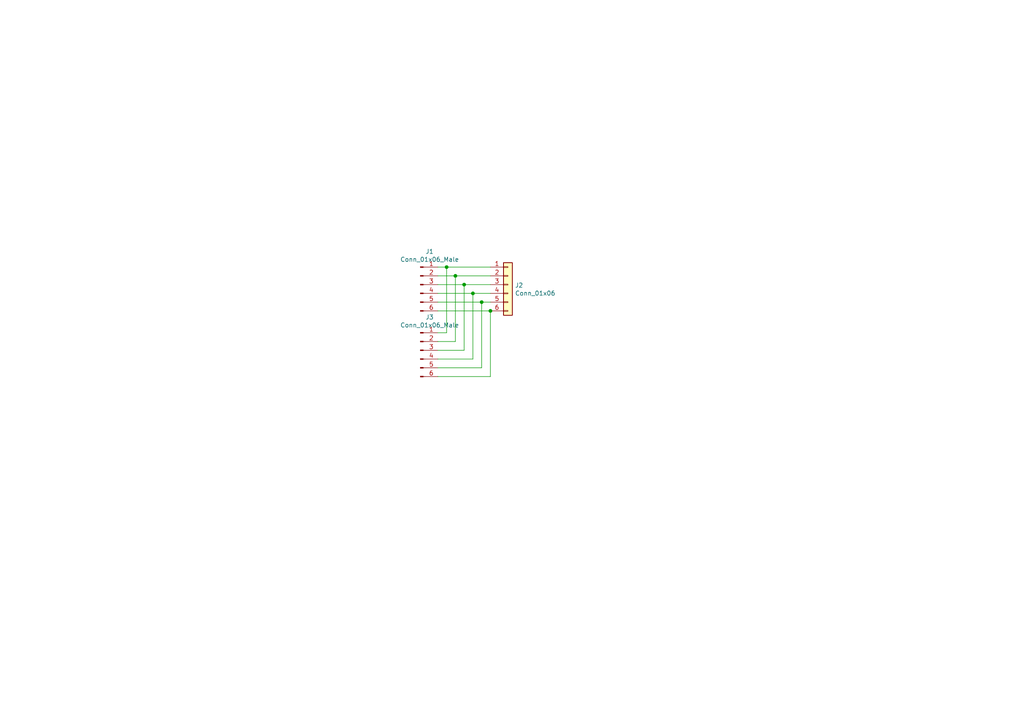
<source format=kicad_sch>
(kicad_sch (version 20230121) (generator eeschema)
  (paper "A4")
  (lib_symbols
    (symbol "Adapter1-25to1-rescue:Conn_01x06_Male-Connector" (pin_names (offset 1.016) hide)
      (property "Reference" "J" (at 0 7.62 0))
      (property "Value" "Connector:Conn_01x06_Male" (at 0 -10.16 0))
      (symbol "Conn_01x06_Male-Connector_1_1"
        (polyline (pts (xy 1.27 -7.62) (xy 0.8636 -7.62)) (stroke (width 0.1524)))
        (polyline (pts (xy 1.27 -5.08) (xy 0.8636 -5.08)) (stroke (width 0.1524)))
        (polyline (pts (xy 1.27 -2.54) (xy 0.8636 -2.54)) (stroke (width 0.1524)))
        (polyline (pts (xy 1.27 0) (xy 0.8636 0)) (stroke (width 0.1524)))
        (polyline (pts (xy 1.27 2.54) (xy 0.8636 2.54)) (stroke (width 0.1524)))
        (polyline (pts (xy 1.27 5.08) (xy 0.8636 5.08)) (stroke (width 0.1524)))
        (rectangle (start 0.8636 -7.493) (end 0 -7.747) (stroke (width 0.1524)) (fill (type outline)))
        (rectangle (start 0.8636 -4.953) (end 0 -5.207) (stroke (width 0.1524)) (fill (type outline)))
        (rectangle (start 0.8636 -2.413) (end 0 -2.667) (stroke (width 0.1524)) (fill (type outline)))
        (rectangle (start 0.8636 0.127) (end 0 -0.127) (stroke (width 0.1524)) (fill (type outline)))
        (rectangle (start 0.8636 2.667) (end 0 2.413) (stroke (width 0.1524)) (fill (type outline)))
        (rectangle (start 0.8636 5.207) (end 0 4.953) (stroke (width 0.1524)) (fill (type outline)))
        (pin passive line (at 5.08 5.08 180) (length 3.81) (name "Pin_1") (number "1"))
        (pin passive line (at 5.08 2.54 180) (length 3.81) (name "Pin_2") (number "2"))
        (pin passive line (at 5.08 0 180) (length 3.81) (name "Pin_3") (number "3"))
        (pin passive line (at 5.08 -2.54 180) (length 3.81) (name "Pin_4") (number "4"))
        (pin passive line (at 5.08 -5.08 180) (length 3.81) (name "Pin_5") (number "5"))
        (pin passive line (at 5.08 -7.62 180) (length 3.81) (name "Pin_6") (number "6"))
      )
    )
    (symbol "Connector_Generic:Conn_01x06" (pin_names (offset 1.016) hide)
      (property "Reference" "J" (at 0 7.62 0))
      (property "Value" "Conn_01x06" (at 0 -10.16 0))
      (symbol "Conn_01x06_1_1"
        (rectangle (start -1.27 -7.493) (end 0 -7.747) (stroke (width 0.1524)))
        (rectangle (start -1.27 -4.953) (end 0 -5.207) (stroke (width 0.1524)))
        (rectangle (start -1.27 -2.413) (end 0 -2.667) (stroke (width 0.1524)))
        (rectangle (start -1.27 0.127) (end 0 -0.127) (stroke (width 0.1524)))
        (rectangle (start -1.27 2.667) (end 0 2.413) (stroke (width 0.1524)))
        (rectangle (start -1.27 5.207) (end 0 4.953) (stroke (width 0.1524)))
        (rectangle (start -1.27 6.35) (end 1.27 -8.89) (stroke (width 0.254)) (fill (type background)))
        (pin passive line (at -5.08 5.08 0) (length 3.81) (name "Pin_1") (number "1"))
        (pin passive line (at -5.08 2.54 0) (length 3.81) (name "Pin_2") (number "2"))
        (pin passive line (at -5.08 0 0) (length 3.81) (name "Pin_3") (number "3"))
        (pin passive line (at -5.08 -2.54 0) (length 3.81) (name "Pin_4") (number "4"))
        (pin passive line (at -5.08 -5.08 0) (length 3.81) (name "Pin_5") (number "5"))
        (pin passive line (at -5.08 -7.62 0) (length 3.81) (name "Pin_6") (number "6"))
      )
    )
  )
  (junction (at 129.54 77.47))
  (junction (at 137.16 85.09))
  (junction (at 139.7 87.63))
  (junction (at 142.24 90.17))
  (junction (at 134.62 82.55))
  (junction (at 132.08 80.01))
  (wire (pts (xy 129.54 96.52) (xy 129.54 77.47)))
  (wire (pts (xy 127 104.14) (xy 137.16 104.14)))
  (wire (pts (xy 142.24 80.01) (xy 132.08 80.01)))
  (wire (pts (xy 142.24 109.22) (xy 142.24 90.17)))
  (wire (pts (xy 137.16 85.09) (xy 127 85.09)))
  (wire (pts (xy 139.7 87.63) (xy 142.24 87.63)))
  (wire (pts (xy 132.08 99.06) (xy 132.08 80.01)))
  (wire (pts (xy 142.24 85.09) (xy 137.16 85.09)))
  (wire (pts (xy 137.16 104.14) (xy 137.16 85.09)))
  (wire (pts (xy 127 99.06) (xy 132.08 99.06)))
  (wire (pts (xy 127 87.63) (xy 139.7 87.63)))
  (wire (pts (xy 127 109.22) (xy 142.24 109.22)))
  (wire (pts (xy 127 82.55) (xy 134.62 82.55)))
  (wire (pts (xy 134.62 82.55) (xy 142.24 82.55)))
  (wire (pts (xy 127 106.68) (xy 139.7 106.68)))
  (wire (pts (xy 129.54 77.47) (xy 142.24 77.47)))
  (wire (pts (xy 134.62 101.6) (xy 134.62 82.55)))
  (wire (pts (xy 139.7 106.68) (xy 139.7 87.63)))
  (wire (pts (xy 132.08 80.01) (xy 127 80.01)))
  (wire (pts (xy 127 96.52) (xy 129.54 96.52)))
  (wire (pts (xy 127 77.47) (xy 129.54 77.47)))
  (wire (pts (xy 127 101.6) (xy 134.62 101.6)))
  (wire (pts (xy 142.24 90.17) (xy 127 90.17)))
  (symbol (lib_id "Adapter1-25to1-rescue:Conn_01x06_Male-Connector") (at 121.92 82.55 0) (unit 1)
    (property "Reference" "J1" (at 124.6124 72.9488 0))
    (property "Value" "Conn_01x06_Male" (at 124.6124 75.2602 0))
    (property "Footprint" "KiCadCustomLibs:Pads_prog_6pin1.25mm" (effects hide))
  )
  (symbol (lib_id "Connector_Generic:Conn_01x06") (at 147.32 82.55 0) (unit 1)
    (property "Reference" "J2" (at 149.352 82.7532 0) (effects (justify left)))
    (property "Value" "Conn_01x06" (at 149.352 85.0646 0) (effects (justify left)))
    (property "Footprint" "KiCadCustomLibs:JST_SH_6x1mm" (effects hide))
  )
  (symbol (lib_id "Adapter1-25to1-rescue:Conn_01x06_Male-Connector") (at 121.92 101.6 0) (unit 1)
    (property "Reference" "J3" (at 124.6124 91.9988 0))
    (property "Value" "Conn_01x06_Male" (at 124.6124 94.3102 0))
    (property "Footprint" "Pin_Headers:Pin_Header_Angled_1x06_Pitch1.27mm" (effects hide))
  )
)
</source>
